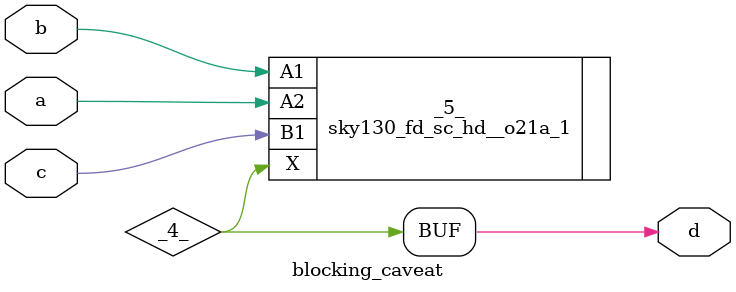
<source format=v>
/* Generated by Yosys 0.32+66 (git sha1 2f901a829, clang 14.0.0-1ubuntu1.1 -fPIC -Os) */

(* top =  1  *)
(* src = "blocking_caveat.v:1.1-8.10" *)
module blocking_caveat(a, b, c, d);
  wire _0_;
  (* src = "blocking_caveat.v:1.31-1.32" *)
  wire _1_;
  (* src = "blocking_caveat.v:1.41-1.42" *)
  wire _2_;
  (* src = "blocking_caveat.v:1.52-1.53" *)
  wire _3_;
  (* src = "blocking_caveat.v:1.66-1.67" *)
  wire _4_;
  (* src = "blocking_caveat.v:1.31-1.32" *)
  input a;
  wire a;
  (* src = "blocking_caveat.v:1.41-1.42" *)
  input b;
  wire b;
  (* src = "blocking_caveat.v:1.52-1.53" *)
  input c;
  wire c;
  (* src = "blocking_caveat.v:1.66-1.67" *)
  output d;
  wire d;
  sky130_fd_sc_hd__o21a_1 _5_ (
    .A1(_2_),
    .A2(_1_),
    .B1(_3_),
    .X(_4_)
  );
  assign _2_ = b;
  assign _1_ = a;
  assign _3_ = c;
  assign d = _4_;
endmodule

</source>
